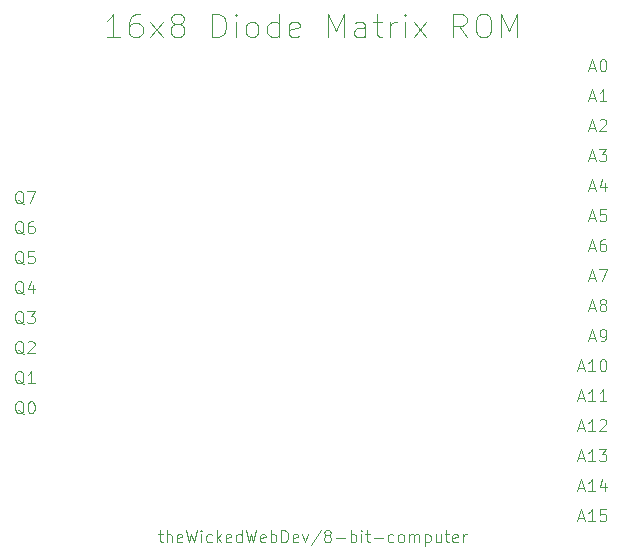
<source format=gbr>
%TF.GenerationSoftware,KiCad,Pcbnew,(5.1.10-1-10_14)*%
%TF.CreationDate,2021-10-20T14:53:20-04:00*%
%TF.ProjectId,DIODE-prototype-board,44494f44-452d-4707-926f-746f74797065,rev?*%
%TF.SameCoordinates,Original*%
%TF.FileFunction,Legend,Top*%
%TF.FilePolarity,Positive*%
%FSLAX46Y46*%
G04 Gerber Fmt 4.6, Leading zero omitted, Abs format (unit mm)*
G04 Created by KiCad (PCBNEW (5.1.10-1-10_14)) date 2021-10-20 14:53:20*
%MOMM*%
%LPD*%
G01*
G04 APERTURE LIST*
%ADD10C,0.100000*%
G04 APERTURE END LIST*
D10*
X80424380Y-170981714D02*
X80805333Y-170981714D01*
X80567238Y-170648380D02*
X80567238Y-171505523D01*
X80614857Y-171600761D01*
X80710095Y-171648380D01*
X80805333Y-171648380D01*
X81138666Y-171648380D02*
X81138666Y-170648380D01*
X81567238Y-171648380D02*
X81567238Y-171124571D01*
X81519619Y-171029333D01*
X81424380Y-170981714D01*
X81281523Y-170981714D01*
X81186285Y-171029333D01*
X81138666Y-171076952D01*
X82424380Y-171600761D02*
X82329142Y-171648380D01*
X82138666Y-171648380D01*
X82043428Y-171600761D01*
X81995809Y-171505523D01*
X81995809Y-171124571D01*
X82043428Y-171029333D01*
X82138666Y-170981714D01*
X82329142Y-170981714D01*
X82424380Y-171029333D01*
X82472000Y-171124571D01*
X82472000Y-171219809D01*
X81995809Y-171315047D01*
X82805333Y-170648380D02*
X83043428Y-171648380D01*
X83233904Y-170934095D01*
X83424380Y-171648380D01*
X83662476Y-170648380D01*
X84043428Y-171648380D02*
X84043428Y-170981714D01*
X84043428Y-170648380D02*
X83995809Y-170696000D01*
X84043428Y-170743619D01*
X84091047Y-170696000D01*
X84043428Y-170648380D01*
X84043428Y-170743619D01*
X84948190Y-171600761D02*
X84852952Y-171648380D01*
X84662476Y-171648380D01*
X84567238Y-171600761D01*
X84519619Y-171553142D01*
X84472000Y-171457904D01*
X84472000Y-171172190D01*
X84519619Y-171076952D01*
X84567238Y-171029333D01*
X84662476Y-170981714D01*
X84852952Y-170981714D01*
X84948190Y-171029333D01*
X85376761Y-171648380D02*
X85376761Y-170648380D01*
X85472000Y-171267428D02*
X85757714Y-171648380D01*
X85757714Y-170981714D02*
X85376761Y-171362666D01*
X86567238Y-171600761D02*
X86472000Y-171648380D01*
X86281523Y-171648380D01*
X86186285Y-171600761D01*
X86138666Y-171505523D01*
X86138666Y-171124571D01*
X86186285Y-171029333D01*
X86281523Y-170981714D01*
X86472000Y-170981714D01*
X86567238Y-171029333D01*
X86614857Y-171124571D01*
X86614857Y-171219809D01*
X86138666Y-171315047D01*
X87472000Y-171648380D02*
X87472000Y-170648380D01*
X87472000Y-171600761D02*
X87376761Y-171648380D01*
X87186285Y-171648380D01*
X87091047Y-171600761D01*
X87043428Y-171553142D01*
X86995809Y-171457904D01*
X86995809Y-171172190D01*
X87043428Y-171076952D01*
X87091047Y-171029333D01*
X87186285Y-170981714D01*
X87376761Y-170981714D01*
X87472000Y-171029333D01*
X87852952Y-170648380D02*
X88091047Y-171648380D01*
X88281523Y-170934095D01*
X88472000Y-171648380D01*
X88710095Y-170648380D01*
X89472000Y-171600761D02*
X89376761Y-171648380D01*
X89186285Y-171648380D01*
X89091047Y-171600761D01*
X89043428Y-171505523D01*
X89043428Y-171124571D01*
X89091047Y-171029333D01*
X89186285Y-170981714D01*
X89376761Y-170981714D01*
X89472000Y-171029333D01*
X89519619Y-171124571D01*
X89519619Y-171219809D01*
X89043428Y-171315047D01*
X89948190Y-171648380D02*
X89948190Y-170648380D01*
X89948190Y-171029333D02*
X90043428Y-170981714D01*
X90233904Y-170981714D01*
X90329142Y-171029333D01*
X90376761Y-171076952D01*
X90424380Y-171172190D01*
X90424380Y-171457904D01*
X90376761Y-171553142D01*
X90329142Y-171600761D01*
X90233904Y-171648380D01*
X90043428Y-171648380D01*
X89948190Y-171600761D01*
X90852952Y-171648380D02*
X90852952Y-170648380D01*
X91091047Y-170648380D01*
X91233904Y-170696000D01*
X91329142Y-170791238D01*
X91376761Y-170886476D01*
X91424380Y-171076952D01*
X91424380Y-171219809D01*
X91376761Y-171410285D01*
X91329142Y-171505523D01*
X91233904Y-171600761D01*
X91091047Y-171648380D01*
X90852952Y-171648380D01*
X92233904Y-171600761D02*
X92138666Y-171648380D01*
X91948190Y-171648380D01*
X91852952Y-171600761D01*
X91805333Y-171505523D01*
X91805333Y-171124571D01*
X91852952Y-171029333D01*
X91948190Y-170981714D01*
X92138666Y-170981714D01*
X92233904Y-171029333D01*
X92281523Y-171124571D01*
X92281523Y-171219809D01*
X91805333Y-171315047D01*
X92614857Y-170981714D02*
X92852952Y-171648380D01*
X93091047Y-170981714D01*
X94186285Y-170600761D02*
X93329142Y-171886476D01*
X94662476Y-171076952D02*
X94567238Y-171029333D01*
X94519619Y-170981714D01*
X94471999Y-170886476D01*
X94471999Y-170838857D01*
X94519619Y-170743619D01*
X94567238Y-170696000D01*
X94662476Y-170648380D01*
X94852952Y-170648380D01*
X94948190Y-170696000D01*
X94995809Y-170743619D01*
X95043428Y-170838857D01*
X95043428Y-170886476D01*
X94995809Y-170981714D01*
X94948190Y-171029333D01*
X94852952Y-171076952D01*
X94662476Y-171076952D01*
X94567238Y-171124571D01*
X94519619Y-171172190D01*
X94471999Y-171267428D01*
X94471999Y-171457904D01*
X94519619Y-171553142D01*
X94567238Y-171600761D01*
X94662476Y-171648380D01*
X94852952Y-171648380D01*
X94948190Y-171600761D01*
X94995809Y-171553142D01*
X95043428Y-171457904D01*
X95043428Y-171267428D01*
X94995809Y-171172190D01*
X94948190Y-171124571D01*
X94852952Y-171076952D01*
X95471999Y-171267428D02*
X96233904Y-171267428D01*
X96710095Y-171648380D02*
X96710095Y-170648380D01*
X96710095Y-171029333D02*
X96805333Y-170981714D01*
X96995809Y-170981714D01*
X97091047Y-171029333D01*
X97138666Y-171076952D01*
X97186285Y-171172190D01*
X97186285Y-171457904D01*
X97138666Y-171553142D01*
X97091047Y-171600761D01*
X96995809Y-171648380D01*
X96805333Y-171648380D01*
X96710095Y-171600761D01*
X97614857Y-171648380D02*
X97614857Y-170981714D01*
X97614857Y-170648380D02*
X97567238Y-170696000D01*
X97614857Y-170743619D01*
X97662476Y-170696000D01*
X97614857Y-170648380D01*
X97614857Y-170743619D01*
X97948190Y-170981714D02*
X98329142Y-170981714D01*
X98091047Y-170648380D02*
X98091047Y-171505523D01*
X98138666Y-171600761D01*
X98233904Y-171648380D01*
X98329142Y-171648380D01*
X98662476Y-171267428D02*
X99424380Y-171267428D01*
X100329142Y-171600761D02*
X100233904Y-171648380D01*
X100043428Y-171648380D01*
X99948190Y-171600761D01*
X99900571Y-171553142D01*
X99852952Y-171457904D01*
X99852952Y-171172190D01*
X99900571Y-171076952D01*
X99948190Y-171029333D01*
X100043428Y-170981714D01*
X100233904Y-170981714D01*
X100329142Y-171029333D01*
X100900571Y-171648380D02*
X100805333Y-171600761D01*
X100757714Y-171553142D01*
X100710095Y-171457904D01*
X100710095Y-171172190D01*
X100757714Y-171076952D01*
X100805333Y-171029333D01*
X100900571Y-170981714D01*
X101043428Y-170981714D01*
X101138666Y-171029333D01*
X101186285Y-171076952D01*
X101233904Y-171172190D01*
X101233904Y-171457904D01*
X101186285Y-171553142D01*
X101138666Y-171600761D01*
X101043428Y-171648380D01*
X100900571Y-171648380D01*
X101662476Y-171648380D02*
X101662476Y-170981714D01*
X101662476Y-171076952D02*
X101710095Y-171029333D01*
X101805333Y-170981714D01*
X101948190Y-170981714D01*
X102043428Y-171029333D01*
X102091047Y-171124571D01*
X102091047Y-171648380D01*
X102091047Y-171124571D02*
X102138666Y-171029333D01*
X102233904Y-170981714D01*
X102376761Y-170981714D01*
X102471999Y-171029333D01*
X102519619Y-171124571D01*
X102519619Y-171648380D01*
X102995809Y-170981714D02*
X102995809Y-171981714D01*
X102995809Y-171029333D02*
X103091047Y-170981714D01*
X103281523Y-170981714D01*
X103376761Y-171029333D01*
X103424380Y-171076952D01*
X103471999Y-171172190D01*
X103471999Y-171457904D01*
X103424380Y-171553142D01*
X103376761Y-171600761D01*
X103281523Y-171648380D01*
X103091047Y-171648380D01*
X102995809Y-171600761D01*
X104329142Y-170981714D02*
X104329142Y-171648380D01*
X103900571Y-170981714D02*
X103900571Y-171505523D01*
X103948190Y-171600761D01*
X104043428Y-171648380D01*
X104186285Y-171648380D01*
X104281523Y-171600761D01*
X104329142Y-171553142D01*
X104662476Y-170981714D02*
X105043428Y-170981714D01*
X104805333Y-170648380D02*
X104805333Y-171505523D01*
X104852952Y-171600761D01*
X104948190Y-171648380D01*
X105043428Y-171648380D01*
X105757714Y-171600761D02*
X105662476Y-171648380D01*
X105471999Y-171648380D01*
X105376761Y-171600761D01*
X105329142Y-171505523D01*
X105329142Y-171124571D01*
X105376761Y-171029333D01*
X105471999Y-170981714D01*
X105662476Y-170981714D01*
X105757714Y-171029333D01*
X105805333Y-171124571D01*
X105805333Y-171219809D01*
X105329142Y-171315047D01*
X106233904Y-171648380D02*
X106233904Y-170981714D01*
X106233904Y-171172190D02*
X106281523Y-171076952D01*
X106329142Y-171029333D01*
X106424380Y-170981714D01*
X106519619Y-170981714D01*
X77186285Y-128920761D02*
X76043428Y-128920761D01*
X76614857Y-128920761D02*
X76614857Y-126920761D01*
X76424380Y-127206476D01*
X76233904Y-127396952D01*
X76043428Y-127492190D01*
X78900571Y-126920761D02*
X78519619Y-126920761D01*
X78329142Y-127016000D01*
X78233904Y-127111238D01*
X78043428Y-127396952D01*
X77948190Y-127777904D01*
X77948190Y-128539809D01*
X78043428Y-128730285D01*
X78138666Y-128825523D01*
X78329142Y-128920761D01*
X78710095Y-128920761D01*
X78900571Y-128825523D01*
X78995809Y-128730285D01*
X79091047Y-128539809D01*
X79091047Y-128063619D01*
X78995809Y-127873142D01*
X78900571Y-127777904D01*
X78710095Y-127682666D01*
X78329142Y-127682666D01*
X78138666Y-127777904D01*
X78043428Y-127873142D01*
X77948190Y-128063619D01*
X79757714Y-128920761D02*
X80805333Y-127587428D01*
X79757714Y-127587428D02*
X80805333Y-128920761D01*
X81852952Y-127777904D02*
X81662476Y-127682666D01*
X81567238Y-127587428D01*
X81472000Y-127396952D01*
X81472000Y-127301714D01*
X81567238Y-127111238D01*
X81662476Y-127016000D01*
X81852952Y-126920761D01*
X82233904Y-126920761D01*
X82424380Y-127016000D01*
X82519619Y-127111238D01*
X82614857Y-127301714D01*
X82614857Y-127396952D01*
X82519619Y-127587428D01*
X82424380Y-127682666D01*
X82233904Y-127777904D01*
X81852952Y-127777904D01*
X81662476Y-127873142D01*
X81567238Y-127968380D01*
X81472000Y-128158857D01*
X81472000Y-128539809D01*
X81567238Y-128730285D01*
X81662476Y-128825523D01*
X81852952Y-128920761D01*
X82233904Y-128920761D01*
X82424380Y-128825523D01*
X82519619Y-128730285D01*
X82614857Y-128539809D01*
X82614857Y-128158857D01*
X82519619Y-127968380D01*
X82424380Y-127873142D01*
X82233904Y-127777904D01*
X84995809Y-128920761D02*
X84995809Y-126920761D01*
X85472000Y-126920761D01*
X85757714Y-127016000D01*
X85948190Y-127206476D01*
X86043428Y-127396952D01*
X86138666Y-127777904D01*
X86138666Y-128063619D01*
X86043428Y-128444571D01*
X85948190Y-128635047D01*
X85757714Y-128825523D01*
X85472000Y-128920761D01*
X84995809Y-128920761D01*
X86995809Y-128920761D02*
X86995809Y-127587428D01*
X86995809Y-126920761D02*
X86900571Y-127016000D01*
X86995809Y-127111238D01*
X87091047Y-127016000D01*
X86995809Y-126920761D01*
X86995809Y-127111238D01*
X88233904Y-128920761D02*
X88043428Y-128825523D01*
X87948190Y-128730285D01*
X87852952Y-128539809D01*
X87852952Y-127968380D01*
X87948190Y-127777904D01*
X88043428Y-127682666D01*
X88233904Y-127587428D01*
X88519619Y-127587428D01*
X88710095Y-127682666D01*
X88805333Y-127777904D01*
X88900571Y-127968380D01*
X88900571Y-128539809D01*
X88805333Y-128730285D01*
X88710095Y-128825523D01*
X88519619Y-128920761D01*
X88233904Y-128920761D01*
X90614857Y-128920761D02*
X90614857Y-126920761D01*
X90614857Y-128825523D02*
X90424380Y-128920761D01*
X90043428Y-128920761D01*
X89852952Y-128825523D01*
X89757714Y-128730285D01*
X89662476Y-128539809D01*
X89662476Y-127968380D01*
X89757714Y-127777904D01*
X89852952Y-127682666D01*
X90043428Y-127587428D01*
X90424380Y-127587428D01*
X90614857Y-127682666D01*
X92329142Y-128825523D02*
X92138666Y-128920761D01*
X91757714Y-128920761D01*
X91567238Y-128825523D01*
X91472000Y-128635047D01*
X91472000Y-127873142D01*
X91567238Y-127682666D01*
X91757714Y-127587428D01*
X92138666Y-127587428D01*
X92329142Y-127682666D01*
X92424380Y-127873142D01*
X92424380Y-128063619D01*
X91472000Y-128254095D01*
X94805333Y-128920761D02*
X94805333Y-126920761D01*
X95472000Y-128349333D01*
X96138666Y-126920761D01*
X96138666Y-128920761D01*
X97948190Y-128920761D02*
X97948190Y-127873142D01*
X97852952Y-127682666D01*
X97662476Y-127587428D01*
X97281523Y-127587428D01*
X97091047Y-127682666D01*
X97948190Y-128825523D02*
X97757714Y-128920761D01*
X97281523Y-128920761D01*
X97091047Y-128825523D01*
X96995809Y-128635047D01*
X96995809Y-128444571D01*
X97091047Y-128254095D01*
X97281523Y-128158857D01*
X97757714Y-128158857D01*
X97948190Y-128063619D01*
X98614857Y-127587428D02*
X99376761Y-127587428D01*
X98900571Y-126920761D02*
X98900571Y-128635047D01*
X98995809Y-128825523D01*
X99186285Y-128920761D01*
X99376761Y-128920761D01*
X100043428Y-128920761D02*
X100043428Y-127587428D01*
X100043428Y-127968380D02*
X100138666Y-127777904D01*
X100233904Y-127682666D01*
X100424380Y-127587428D01*
X100614857Y-127587428D01*
X101281523Y-128920761D02*
X101281523Y-127587428D01*
X101281523Y-126920761D02*
X101186285Y-127016000D01*
X101281523Y-127111238D01*
X101376761Y-127016000D01*
X101281523Y-126920761D01*
X101281523Y-127111238D01*
X102043428Y-128920761D02*
X103091047Y-127587428D01*
X102043428Y-127587428D02*
X103091047Y-128920761D01*
X106519619Y-128920761D02*
X105852952Y-127968380D01*
X105376761Y-128920761D02*
X105376761Y-126920761D01*
X106138666Y-126920761D01*
X106329142Y-127016000D01*
X106424380Y-127111238D01*
X106519619Y-127301714D01*
X106519619Y-127587428D01*
X106424380Y-127777904D01*
X106329142Y-127873142D01*
X106138666Y-127968380D01*
X105376761Y-127968380D01*
X107757714Y-126920761D02*
X108138666Y-126920761D01*
X108329142Y-127016000D01*
X108519619Y-127206476D01*
X108614857Y-127587428D01*
X108614857Y-128254095D01*
X108519619Y-128635047D01*
X108329142Y-128825523D01*
X108138666Y-128920761D01*
X107757714Y-128920761D01*
X107567238Y-128825523D01*
X107376761Y-128635047D01*
X107281523Y-128254095D01*
X107281523Y-127587428D01*
X107376761Y-127206476D01*
X107567238Y-127016000D01*
X107757714Y-126920761D01*
X109472000Y-128920761D02*
X109472000Y-126920761D01*
X110138666Y-128349333D01*
X110805333Y-126920761D01*
X110805333Y-128920761D01*
X69041761Y-160821619D02*
X68946523Y-160774000D01*
X68851285Y-160678761D01*
X68708428Y-160535904D01*
X68613190Y-160488285D01*
X68517952Y-160488285D01*
X68565571Y-160726380D02*
X68470333Y-160678761D01*
X68375095Y-160583523D01*
X68327476Y-160393047D01*
X68327476Y-160059714D01*
X68375095Y-159869238D01*
X68470333Y-159774000D01*
X68565571Y-159726380D01*
X68756047Y-159726380D01*
X68851285Y-159774000D01*
X68946523Y-159869238D01*
X68994142Y-160059714D01*
X68994142Y-160393047D01*
X68946523Y-160583523D01*
X68851285Y-160678761D01*
X68756047Y-160726380D01*
X68565571Y-160726380D01*
X69613190Y-159726380D02*
X69708428Y-159726380D01*
X69803666Y-159774000D01*
X69851285Y-159821619D01*
X69898904Y-159916857D01*
X69946523Y-160107333D01*
X69946523Y-160345428D01*
X69898904Y-160535904D01*
X69851285Y-160631142D01*
X69803666Y-160678761D01*
X69708428Y-160726380D01*
X69613190Y-160726380D01*
X69517952Y-160678761D01*
X69470333Y-160631142D01*
X69422714Y-160535904D01*
X69375095Y-160345428D01*
X69375095Y-160107333D01*
X69422714Y-159916857D01*
X69470333Y-159821619D01*
X69517952Y-159774000D01*
X69613190Y-159726380D01*
X69041761Y-143041619D02*
X68946523Y-142994000D01*
X68851285Y-142898761D01*
X68708428Y-142755904D01*
X68613190Y-142708285D01*
X68517952Y-142708285D01*
X68565571Y-142946380D02*
X68470333Y-142898761D01*
X68375095Y-142803523D01*
X68327476Y-142613047D01*
X68327476Y-142279714D01*
X68375095Y-142089238D01*
X68470333Y-141994000D01*
X68565571Y-141946380D01*
X68756047Y-141946380D01*
X68851285Y-141994000D01*
X68946523Y-142089238D01*
X68994142Y-142279714D01*
X68994142Y-142613047D01*
X68946523Y-142803523D01*
X68851285Y-142898761D01*
X68756047Y-142946380D01*
X68565571Y-142946380D01*
X69327476Y-141946380D02*
X69994142Y-141946380D01*
X69565571Y-142946380D01*
X69041761Y-145581619D02*
X68946523Y-145534000D01*
X68851285Y-145438761D01*
X68708428Y-145295904D01*
X68613190Y-145248285D01*
X68517952Y-145248285D01*
X68565571Y-145486380D02*
X68470333Y-145438761D01*
X68375095Y-145343523D01*
X68327476Y-145153047D01*
X68327476Y-144819714D01*
X68375095Y-144629238D01*
X68470333Y-144534000D01*
X68565571Y-144486380D01*
X68756047Y-144486380D01*
X68851285Y-144534000D01*
X68946523Y-144629238D01*
X68994142Y-144819714D01*
X68994142Y-145153047D01*
X68946523Y-145343523D01*
X68851285Y-145438761D01*
X68756047Y-145486380D01*
X68565571Y-145486380D01*
X69851285Y-144486380D02*
X69660809Y-144486380D01*
X69565571Y-144534000D01*
X69517952Y-144581619D01*
X69422714Y-144724476D01*
X69375095Y-144914952D01*
X69375095Y-145295904D01*
X69422714Y-145391142D01*
X69470333Y-145438761D01*
X69565571Y-145486380D01*
X69756047Y-145486380D01*
X69851285Y-145438761D01*
X69898904Y-145391142D01*
X69946523Y-145295904D01*
X69946523Y-145057809D01*
X69898904Y-144962571D01*
X69851285Y-144914952D01*
X69756047Y-144867333D01*
X69565571Y-144867333D01*
X69470333Y-144914952D01*
X69422714Y-144962571D01*
X69375095Y-145057809D01*
X69041761Y-148121619D02*
X68946523Y-148074000D01*
X68851285Y-147978761D01*
X68708428Y-147835904D01*
X68613190Y-147788285D01*
X68517952Y-147788285D01*
X68565571Y-148026380D02*
X68470333Y-147978761D01*
X68375095Y-147883523D01*
X68327476Y-147693047D01*
X68327476Y-147359714D01*
X68375095Y-147169238D01*
X68470333Y-147074000D01*
X68565571Y-147026380D01*
X68756047Y-147026380D01*
X68851285Y-147074000D01*
X68946523Y-147169238D01*
X68994142Y-147359714D01*
X68994142Y-147693047D01*
X68946523Y-147883523D01*
X68851285Y-147978761D01*
X68756047Y-148026380D01*
X68565571Y-148026380D01*
X69898904Y-147026380D02*
X69422714Y-147026380D01*
X69375095Y-147502571D01*
X69422714Y-147454952D01*
X69517952Y-147407333D01*
X69756047Y-147407333D01*
X69851285Y-147454952D01*
X69898904Y-147502571D01*
X69946523Y-147597809D01*
X69946523Y-147835904D01*
X69898904Y-147931142D01*
X69851285Y-147978761D01*
X69756047Y-148026380D01*
X69517952Y-148026380D01*
X69422714Y-147978761D01*
X69375095Y-147931142D01*
X69041761Y-150661619D02*
X68946523Y-150614000D01*
X68851285Y-150518761D01*
X68708428Y-150375904D01*
X68613190Y-150328285D01*
X68517952Y-150328285D01*
X68565571Y-150566380D02*
X68470333Y-150518761D01*
X68375095Y-150423523D01*
X68327476Y-150233047D01*
X68327476Y-149899714D01*
X68375095Y-149709238D01*
X68470333Y-149614000D01*
X68565571Y-149566380D01*
X68756047Y-149566380D01*
X68851285Y-149614000D01*
X68946523Y-149709238D01*
X68994142Y-149899714D01*
X68994142Y-150233047D01*
X68946523Y-150423523D01*
X68851285Y-150518761D01*
X68756047Y-150566380D01*
X68565571Y-150566380D01*
X69851285Y-149899714D02*
X69851285Y-150566380D01*
X69613190Y-149518761D02*
X69375095Y-150233047D01*
X69994142Y-150233047D01*
X69041761Y-153201619D02*
X68946523Y-153154000D01*
X68851285Y-153058761D01*
X68708428Y-152915904D01*
X68613190Y-152868285D01*
X68517952Y-152868285D01*
X68565571Y-153106380D02*
X68470333Y-153058761D01*
X68375095Y-152963523D01*
X68327476Y-152773047D01*
X68327476Y-152439714D01*
X68375095Y-152249238D01*
X68470333Y-152154000D01*
X68565571Y-152106380D01*
X68756047Y-152106380D01*
X68851285Y-152154000D01*
X68946523Y-152249238D01*
X68994142Y-152439714D01*
X68994142Y-152773047D01*
X68946523Y-152963523D01*
X68851285Y-153058761D01*
X68756047Y-153106380D01*
X68565571Y-153106380D01*
X69327476Y-152106380D02*
X69946523Y-152106380D01*
X69613190Y-152487333D01*
X69756047Y-152487333D01*
X69851285Y-152534952D01*
X69898904Y-152582571D01*
X69946523Y-152677809D01*
X69946523Y-152915904D01*
X69898904Y-153011142D01*
X69851285Y-153058761D01*
X69756047Y-153106380D01*
X69470333Y-153106380D01*
X69375095Y-153058761D01*
X69327476Y-153011142D01*
X69041761Y-155741619D02*
X68946523Y-155694000D01*
X68851285Y-155598761D01*
X68708428Y-155455904D01*
X68613190Y-155408285D01*
X68517952Y-155408285D01*
X68565571Y-155646380D02*
X68470333Y-155598761D01*
X68375095Y-155503523D01*
X68327476Y-155313047D01*
X68327476Y-154979714D01*
X68375095Y-154789238D01*
X68470333Y-154694000D01*
X68565571Y-154646380D01*
X68756047Y-154646380D01*
X68851285Y-154694000D01*
X68946523Y-154789238D01*
X68994142Y-154979714D01*
X68994142Y-155313047D01*
X68946523Y-155503523D01*
X68851285Y-155598761D01*
X68756047Y-155646380D01*
X68565571Y-155646380D01*
X69375095Y-154741619D02*
X69422714Y-154694000D01*
X69517952Y-154646380D01*
X69756047Y-154646380D01*
X69851285Y-154694000D01*
X69898904Y-154741619D01*
X69946523Y-154836857D01*
X69946523Y-154932095D01*
X69898904Y-155074952D01*
X69327476Y-155646380D01*
X69946523Y-155646380D01*
X69041761Y-158281619D02*
X68946523Y-158234000D01*
X68851285Y-158138761D01*
X68708428Y-157995904D01*
X68613190Y-157948285D01*
X68517952Y-157948285D01*
X68565571Y-158186380D02*
X68470333Y-158138761D01*
X68375095Y-158043523D01*
X68327476Y-157853047D01*
X68327476Y-157519714D01*
X68375095Y-157329238D01*
X68470333Y-157234000D01*
X68565571Y-157186380D01*
X68756047Y-157186380D01*
X68851285Y-157234000D01*
X68946523Y-157329238D01*
X68994142Y-157519714D01*
X68994142Y-157853047D01*
X68946523Y-158043523D01*
X68851285Y-158138761D01*
X68756047Y-158186380D01*
X68565571Y-158186380D01*
X69946523Y-158186380D02*
X69375095Y-158186380D01*
X69660809Y-158186380D02*
X69660809Y-157186380D01*
X69565571Y-157329238D01*
X69470333Y-157424476D01*
X69375095Y-157472095D01*
X115981571Y-169584666D02*
X116457761Y-169584666D01*
X115886333Y-169870380D02*
X116219666Y-168870380D01*
X116553000Y-169870380D01*
X117410142Y-169870380D02*
X116838714Y-169870380D01*
X117124428Y-169870380D02*
X117124428Y-168870380D01*
X117029190Y-169013238D01*
X116933952Y-169108476D01*
X116838714Y-169156095D01*
X118314904Y-168870380D02*
X117838714Y-168870380D01*
X117791095Y-169346571D01*
X117838714Y-169298952D01*
X117933952Y-169251333D01*
X118172047Y-169251333D01*
X118267285Y-169298952D01*
X118314904Y-169346571D01*
X118362523Y-169441809D01*
X118362523Y-169679904D01*
X118314904Y-169775142D01*
X118267285Y-169822761D01*
X118172047Y-169870380D01*
X117933952Y-169870380D01*
X117838714Y-169822761D01*
X117791095Y-169775142D01*
X115981571Y-167044666D02*
X116457761Y-167044666D01*
X115886333Y-167330380D02*
X116219666Y-166330380D01*
X116553000Y-167330380D01*
X117410142Y-167330380D02*
X116838714Y-167330380D01*
X117124428Y-167330380D02*
X117124428Y-166330380D01*
X117029190Y-166473238D01*
X116933952Y-166568476D01*
X116838714Y-166616095D01*
X118267285Y-166663714D02*
X118267285Y-167330380D01*
X118029190Y-166282761D02*
X117791095Y-166997047D01*
X118410142Y-166997047D01*
X115981571Y-164504666D02*
X116457761Y-164504666D01*
X115886333Y-164790380D02*
X116219666Y-163790380D01*
X116553000Y-164790380D01*
X117410142Y-164790380D02*
X116838714Y-164790380D01*
X117124428Y-164790380D02*
X117124428Y-163790380D01*
X117029190Y-163933238D01*
X116933952Y-164028476D01*
X116838714Y-164076095D01*
X117743476Y-163790380D02*
X118362523Y-163790380D01*
X118029190Y-164171333D01*
X118172047Y-164171333D01*
X118267285Y-164218952D01*
X118314904Y-164266571D01*
X118362523Y-164361809D01*
X118362523Y-164599904D01*
X118314904Y-164695142D01*
X118267285Y-164742761D01*
X118172047Y-164790380D01*
X117886333Y-164790380D01*
X117791095Y-164742761D01*
X117743476Y-164695142D01*
X115981571Y-161964666D02*
X116457761Y-161964666D01*
X115886333Y-162250380D02*
X116219666Y-161250380D01*
X116553000Y-162250380D01*
X117410142Y-162250380D02*
X116838714Y-162250380D01*
X117124428Y-162250380D02*
X117124428Y-161250380D01*
X117029190Y-161393238D01*
X116933952Y-161488476D01*
X116838714Y-161536095D01*
X117791095Y-161345619D02*
X117838714Y-161298000D01*
X117933952Y-161250380D01*
X118172047Y-161250380D01*
X118267285Y-161298000D01*
X118314904Y-161345619D01*
X118362523Y-161440857D01*
X118362523Y-161536095D01*
X118314904Y-161678952D01*
X117743476Y-162250380D01*
X118362523Y-162250380D01*
X115981571Y-159424666D02*
X116457761Y-159424666D01*
X115886333Y-159710380D02*
X116219666Y-158710380D01*
X116553000Y-159710380D01*
X117410142Y-159710380D02*
X116838714Y-159710380D01*
X117124428Y-159710380D02*
X117124428Y-158710380D01*
X117029190Y-158853238D01*
X116933952Y-158948476D01*
X116838714Y-158996095D01*
X118362523Y-159710380D02*
X117791095Y-159710380D01*
X118076809Y-159710380D02*
X118076809Y-158710380D01*
X117981571Y-158853238D01*
X117886333Y-158948476D01*
X117791095Y-158996095D01*
X115981571Y-156884666D02*
X116457761Y-156884666D01*
X115886333Y-157170380D02*
X116219666Y-156170380D01*
X116553000Y-157170380D01*
X117410142Y-157170380D02*
X116838714Y-157170380D01*
X117124428Y-157170380D02*
X117124428Y-156170380D01*
X117029190Y-156313238D01*
X116933952Y-156408476D01*
X116838714Y-156456095D01*
X118029190Y-156170380D02*
X118124428Y-156170380D01*
X118219666Y-156218000D01*
X118267285Y-156265619D01*
X118314904Y-156360857D01*
X118362523Y-156551333D01*
X118362523Y-156789428D01*
X118314904Y-156979904D01*
X118267285Y-157075142D01*
X118219666Y-157122761D01*
X118124428Y-157170380D01*
X118029190Y-157170380D01*
X117933952Y-157122761D01*
X117886333Y-157075142D01*
X117838714Y-156979904D01*
X117791095Y-156789428D01*
X117791095Y-156551333D01*
X117838714Y-156360857D01*
X117886333Y-156265619D01*
X117933952Y-156218000D01*
X118029190Y-156170380D01*
X116933952Y-154344666D02*
X117410142Y-154344666D01*
X116838714Y-154630380D02*
X117172047Y-153630380D01*
X117505380Y-154630380D01*
X117886333Y-154630380D02*
X118076809Y-154630380D01*
X118172047Y-154582761D01*
X118219666Y-154535142D01*
X118314904Y-154392285D01*
X118362523Y-154201809D01*
X118362523Y-153820857D01*
X118314904Y-153725619D01*
X118267285Y-153678000D01*
X118172047Y-153630380D01*
X117981571Y-153630380D01*
X117886333Y-153678000D01*
X117838714Y-153725619D01*
X117791095Y-153820857D01*
X117791095Y-154058952D01*
X117838714Y-154154190D01*
X117886333Y-154201809D01*
X117981571Y-154249428D01*
X118172047Y-154249428D01*
X118267285Y-154201809D01*
X118314904Y-154154190D01*
X118362523Y-154058952D01*
X116933952Y-151804666D02*
X117410142Y-151804666D01*
X116838714Y-152090380D02*
X117172047Y-151090380D01*
X117505380Y-152090380D01*
X117981571Y-151518952D02*
X117886333Y-151471333D01*
X117838714Y-151423714D01*
X117791095Y-151328476D01*
X117791095Y-151280857D01*
X117838714Y-151185619D01*
X117886333Y-151138000D01*
X117981571Y-151090380D01*
X118172047Y-151090380D01*
X118267285Y-151138000D01*
X118314904Y-151185619D01*
X118362523Y-151280857D01*
X118362523Y-151328476D01*
X118314904Y-151423714D01*
X118267285Y-151471333D01*
X118172047Y-151518952D01*
X117981571Y-151518952D01*
X117886333Y-151566571D01*
X117838714Y-151614190D01*
X117791095Y-151709428D01*
X117791095Y-151899904D01*
X117838714Y-151995142D01*
X117886333Y-152042761D01*
X117981571Y-152090380D01*
X118172047Y-152090380D01*
X118267285Y-152042761D01*
X118314904Y-151995142D01*
X118362523Y-151899904D01*
X118362523Y-151709428D01*
X118314904Y-151614190D01*
X118267285Y-151566571D01*
X118172047Y-151518952D01*
X116933952Y-149264666D02*
X117410142Y-149264666D01*
X116838714Y-149550380D02*
X117172047Y-148550380D01*
X117505380Y-149550380D01*
X117743476Y-148550380D02*
X118410142Y-148550380D01*
X117981571Y-149550380D01*
X116933952Y-146724666D02*
X117410142Y-146724666D01*
X116838714Y-147010380D02*
X117172047Y-146010380D01*
X117505380Y-147010380D01*
X118267285Y-146010380D02*
X118076809Y-146010380D01*
X117981571Y-146058000D01*
X117933952Y-146105619D01*
X117838714Y-146248476D01*
X117791095Y-146438952D01*
X117791095Y-146819904D01*
X117838714Y-146915142D01*
X117886333Y-146962761D01*
X117981571Y-147010380D01*
X118172047Y-147010380D01*
X118267285Y-146962761D01*
X118314904Y-146915142D01*
X118362523Y-146819904D01*
X118362523Y-146581809D01*
X118314904Y-146486571D01*
X118267285Y-146438952D01*
X118172047Y-146391333D01*
X117981571Y-146391333D01*
X117886333Y-146438952D01*
X117838714Y-146486571D01*
X117791095Y-146581809D01*
X116933952Y-144184666D02*
X117410142Y-144184666D01*
X116838714Y-144470380D02*
X117172047Y-143470380D01*
X117505380Y-144470380D01*
X118314904Y-143470380D02*
X117838714Y-143470380D01*
X117791095Y-143946571D01*
X117838714Y-143898952D01*
X117933952Y-143851333D01*
X118172047Y-143851333D01*
X118267285Y-143898952D01*
X118314904Y-143946571D01*
X118362523Y-144041809D01*
X118362523Y-144279904D01*
X118314904Y-144375142D01*
X118267285Y-144422761D01*
X118172047Y-144470380D01*
X117933952Y-144470380D01*
X117838714Y-144422761D01*
X117791095Y-144375142D01*
X116933952Y-141644666D02*
X117410142Y-141644666D01*
X116838714Y-141930380D02*
X117172047Y-140930380D01*
X117505380Y-141930380D01*
X118267285Y-141263714D02*
X118267285Y-141930380D01*
X118029190Y-140882761D02*
X117791095Y-141597047D01*
X118410142Y-141597047D01*
X116933952Y-139104666D02*
X117410142Y-139104666D01*
X116838714Y-139390380D02*
X117172047Y-138390380D01*
X117505380Y-139390380D01*
X117743476Y-138390380D02*
X118362523Y-138390380D01*
X118029190Y-138771333D01*
X118172047Y-138771333D01*
X118267285Y-138818952D01*
X118314904Y-138866571D01*
X118362523Y-138961809D01*
X118362523Y-139199904D01*
X118314904Y-139295142D01*
X118267285Y-139342761D01*
X118172047Y-139390380D01*
X117886333Y-139390380D01*
X117791095Y-139342761D01*
X117743476Y-139295142D01*
X116933952Y-136564666D02*
X117410142Y-136564666D01*
X116838714Y-136850380D02*
X117172047Y-135850380D01*
X117505380Y-136850380D01*
X117791095Y-135945619D02*
X117838714Y-135898000D01*
X117933952Y-135850380D01*
X118172047Y-135850380D01*
X118267285Y-135898000D01*
X118314904Y-135945619D01*
X118362523Y-136040857D01*
X118362523Y-136136095D01*
X118314904Y-136278952D01*
X117743476Y-136850380D01*
X118362523Y-136850380D01*
X116933952Y-134024666D02*
X117410142Y-134024666D01*
X116838714Y-134310380D02*
X117172047Y-133310380D01*
X117505380Y-134310380D01*
X118362523Y-134310380D02*
X117791095Y-134310380D01*
X118076809Y-134310380D02*
X118076809Y-133310380D01*
X117981571Y-133453238D01*
X117886333Y-133548476D01*
X117791095Y-133596095D01*
X116933952Y-131484666D02*
X117410142Y-131484666D01*
X116838714Y-131770380D02*
X117172047Y-130770380D01*
X117505380Y-131770380D01*
X118029190Y-130770380D02*
X118124428Y-130770380D01*
X118219666Y-130818000D01*
X118267285Y-130865619D01*
X118314904Y-130960857D01*
X118362523Y-131151333D01*
X118362523Y-131389428D01*
X118314904Y-131579904D01*
X118267285Y-131675142D01*
X118219666Y-131722761D01*
X118124428Y-131770380D01*
X118029190Y-131770380D01*
X117933952Y-131722761D01*
X117886333Y-131675142D01*
X117838714Y-131579904D01*
X117791095Y-131389428D01*
X117791095Y-131151333D01*
X117838714Y-130960857D01*
X117886333Y-130865619D01*
X117933952Y-130818000D01*
X118029190Y-130770380D01*
M02*

</source>
